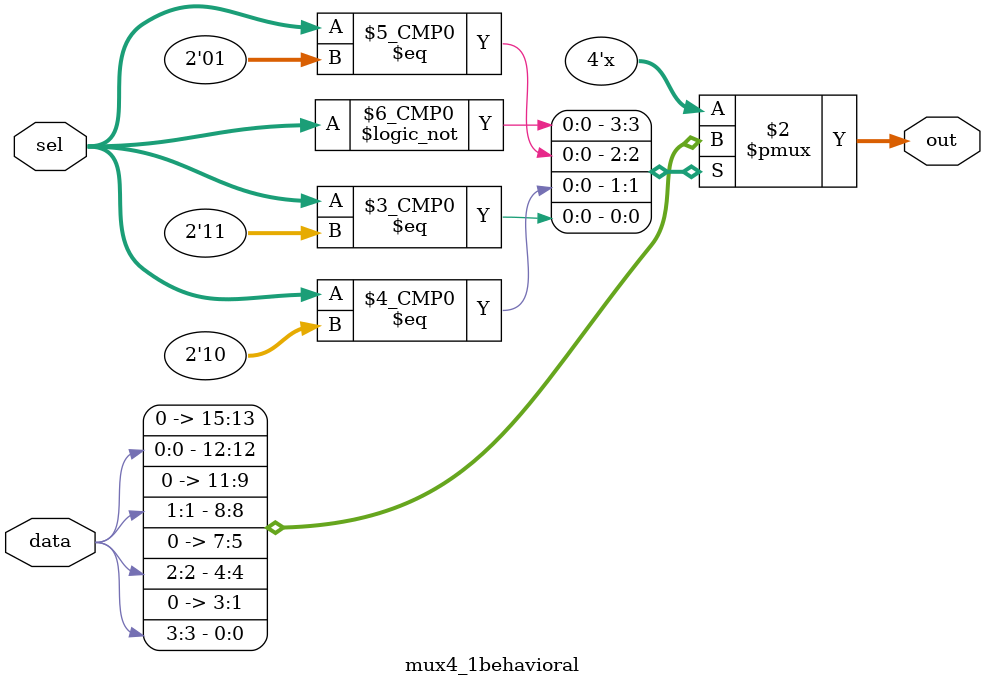
<source format=v>
module mux4_1behavioral(data,sel,out);
input [3:0] data;
input [1:0] sel;
output reg [3:0] out;


always@(data,sel)
begin
case(sel)
2'd0 : out = data[0];
2'd1 : out = data[1];
2'd2 : out = data[2];
2'd3 : out = data[3];
default : out = 0; 
endcase
end
endmodule 

</source>
